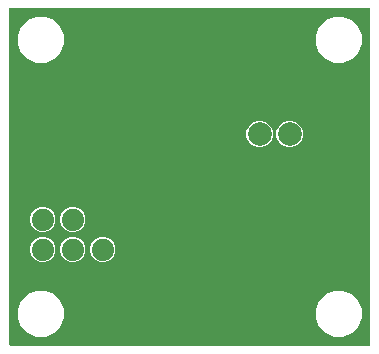
<source format=gbr>
G04 EAGLE Gerber RS-274X export*
G75*
%MOMM*%
%FSLAX34Y34*%
%LPD*%
%INBottom Copper*%
%IPPOS*%
%AMOC8*
5,1,8,0,0,1.08239X$1,22.5*%
G01*
%ADD10C,2.000000*%
%ADD11C,1.879600*%
%ADD12C,0.654800*%

G36*
X307064Y2010D02*
X307064Y2010D01*
X307128Y2009D01*
X307203Y2030D01*
X307279Y2041D01*
X307338Y2067D01*
X307400Y2084D01*
X307466Y2125D01*
X307536Y2157D01*
X307585Y2199D01*
X307640Y2232D01*
X307692Y2290D01*
X307750Y2340D01*
X307786Y2394D01*
X307829Y2442D01*
X307862Y2511D01*
X307905Y2576D01*
X307924Y2638D01*
X307952Y2695D01*
X307963Y2765D01*
X307987Y2846D01*
X307988Y2931D01*
X307999Y3000D01*
X307999Y287000D01*
X307990Y287064D01*
X307991Y287128D01*
X307970Y287203D01*
X307959Y287279D01*
X307933Y287338D01*
X307916Y287400D01*
X307875Y287466D01*
X307843Y287536D01*
X307801Y287585D01*
X307768Y287640D01*
X307710Y287692D01*
X307660Y287750D01*
X307606Y287786D01*
X307558Y287829D01*
X307489Y287862D01*
X307424Y287905D01*
X307362Y287924D01*
X307305Y287952D01*
X307235Y287963D01*
X307154Y287987D01*
X307069Y287988D01*
X307000Y287999D01*
X3000Y287999D01*
X2936Y287990D01*
X2872Y287991D01*
X2797Y287970D01*
X2721Y287959D01*
X2662Y287933D01*
X2600Y287916D01*
X2534Y287875D01*
X2464Y287843D01*
X2415Y287801D01*
X2360Y287768D01*
X2308Y287710D01*
X2250Y287660D01*
X2214Y287606D01*
X2171Y287558D01*
X2138Y287489D01*
X2095Y287424D01*
X2076Y287362D01*
X2048Y287305D01*
X2037Y287235D01*
X2013Y287154D01*
X2012Y287069D01*
X2001Y287000D01*
X2001Y3000D01*
X2010Y2936D01*
X2009Y2872D01*
X2030Y2797D01*
X2041Y2721D01*
X2067Y2662D01*
X2084Y2600D01*
X2125Y2534D01*
X2157Y2464D01*
X2199Y2415D01*
X2232Y2360D01*
X2290Y2308D01*
X2340Y2250D01*
X2394Y2214D01*
X2442Y2171D01*
X2511Y2138D01*
X2576Y2095D01*
X2638Y2076D01*
X2695Y2048D01*
X2765Y2037D01*
X2846Y2013D01*
X2931Y2012D01*
X3000Y2001D01*
X307000Y2001D01*
X307064Y2010D01*
G37*
%LPC*%
G36*
X277121Y241499D02*
X277121Y241499D01*
X269954Y244468D01*
X264468Y249954D01*
X261499Y257121D01*
X261499Y264879D01*
X264468Y272046D01*
X269954Y277532D01*
X277121Y280501D01*
X284879Y280501D01*
X292046Y277532D01*
X297532Y272046D01*
X300501Y264879D01*
X300501Y257121D01*
X297532Y249954D01*
X292046Y244468D01*
X284879Y241499D01*
X277121Y241499D01*
G37*
%LPD*%
%LPC*%
G36*
X25121Y241499D02*
X25121Y241499D01*
X17954Y244468D01*
X12468Y249954D01*
X9499Y257121D01*
X9499Y264879D01*
X12468Y272046D01*
X17954Y277532D01*
X25121Y280501D01*
X32879Y280501D01*
X40046Y277532D01*
X45532Y272046D01*
X48501Y264879D01*
X48501Y257121D01*
X45532Y249954D01*
X40046Y244468D01*
X32879Y241499D01*
X25121Y241499D01*
G37*
%LPD*%
%LPC*%
G36*
X277121Y9499D02*
X277121Y9499D01*
X269954Y12468D01*
X264468Y17954D01*
X261499Y25121D01*
X261499Y32879D01*
X264468Y40046D01*
X269954Y45532D01*
X277121Y48501D01*
X284879Y48501D01*
X292046Y45532D01*
X297532Y40046D01*
X300501Y32879D01*
X300501Y25121D01*
X297532Y17954D01*
X292046Y12468D01*
X284879Y9499D01*
X277121Y9499D01*
G37*
%LPD*%
%LPC*%
G36*
X25121Y9499D02*
X25121Y9499D01*
X17954Y12468D01*
X12468Y17954D01*
X9499Y25121D01*
X9499Y32879D01*
X12468Y40046D01*
X17954Y45532D01*
X25121Y48501D01*
X32879Y48501D01*
X40046Y45532D01*
X45532Y40046D01*
X48501Y32879D01*
X48501Y25121D01*
X45532Y17954D01*
X40046Y12468D01*
X32879Y9499D01*
X25121Y9499D01*
G37*
%LPD*%
%LPC*%
G36*
X237458Y169729D02*
X237458Y169729D01*
X233316Y171445D01*
X230145Y174616D01*
X228429Y178758D01*
X228429Y183242D01*
X230145Y187384D01*
X233316Y190555D01*
X237458Y192271D01*
X241942Y192271D01*
X246084Y190555D01*
X249255Y187384D01*
X250971Y183242D01*
X250971Y178758D01*
X249255Y174616D01*
X246084Y171445D01*
X241942Y169729D01*
X237458Y169729D01*
G37*
%LPD*%
%LPC*%
G36*
X212058Y169729D02*
X212058Y169729D01*
X207916Y171445D01*
X204745Y174616D01*
X203029Y178758D01*
X203029Y183242D01*
X204745Y187384D01*
X207916Y190555D01*
X212058Y192271D01*
X216542Y192271D01*
X220684Y190555D01*
X223855Y187384D01*
X225571Y183242D01*
X225571Y178758D01*
X223855Y174616D01*
X220684Y171445D01*
X216542Y169729D01*
X212058Y169729D01*
G37*
%LPD*%
%LPC*%
G36*
X53878Y98031D02*
X53878Y98031D01*
X49957Y99656D01*
X46956Y102657D01*
X45331Y106578D01*
X45331Y110822D01*
X46956Y114743D01*
X49957Y117744D01*
X53878Y119369D01*
X58122Y119369D01*
X62043Y117744D01*
X65044Y114743D01*
X66669Y110822D01*
X66669Y106578D01*
X65044Y102657D01*
X62043Y99656D01*
X58122Y98031D01*
X53878Y98031D01*
G37*
%LPD*%
%LPC*%
G36*
X28478Y98031D02*
X28478Y98031D01*
X24557Y99656D01*
X21556Y102657D01*
X19931Y106578D01*
X19931Y110822D01*
X21556Y114743D01*
X24557Y117744D01*
X28478Y119369D01*
X32722Y119369D01*
X36643Y117744D01*
X39644Y114743D01*
X41269Y110822D01*
X41269Y106578D01*
X39644Y102657D01*
X36643Y99656D01*
X32722Y98031D01*
X28478Y98031D01*
G37*
%LPD*%
%LPC*%
G36*
X79278Y72631D02*
X79278Y72631D01*
X75357Y74256D01*
X72356Y77257D01*
X70731Y81178D01*
X70731Y85422D01*
X72356Y89343D01*
X75357Y92344D01*
X79278Y93969D01*
X83522Y93969D01*
X87443Y92344D01*
X90444Y89343D01*
X92069Y85422D01*
X92069Y81178D01*
X90444Y77257D01*
X87443Y74256D01*
X83522Y72631D01*
X79278Y72631D01*
G37*
%LPD*%
%LPC*%
G36*
X53878Y72631D02*
X53878Y72631D01*
X49957Y74256D01*
X46956Y77257D01*
X45331Y81178D01*
X45331Y85422D01*
X46956Y89343D01*
X49957Y92344D01*
X53878Y93969D01*
X58122Y93969D01*
X62043Y92344D01*
X65044Y89343D01*
X66669Y85422D01*
X66669Y81178D01*
X65044Y77257D01*
X62043Y74256D01*
X58122Y72631D01*
X53878Y72631D01*
G37*
%LPD*%
%LPC*%
G36*
X28478Y72631D02*
X28478Y72631D01*
X24557Y74256D01*
X21556Y77257D01*
X19931Y81178D01*
X19931Y85422D01*
X21556Y89343D01*
X24557Y92344D01*
X28478Y93969D01*
X32722Y93969D01*
X36643Y92344D01*
X39644Y89343D01*
X41269Y85422D01*
X41269Y81178D01*
X39644Y77257D01*
X36643Y74256D01*
X32722Y72631D01*
X28478Y72631D01*
G37*
%LPD*%
D10*
X239700Y181000D03*
X214300Y181000D03*
D11*
X30600Y83300D03*
X30600Y108700D03*
X56000Y83300D03*
X56000Y108700D03*
X81400Y83300D03*
X81400Y108700D03*
D12*
X169000Y242000D03*
X131000Y179000D03*
X146000Y121000D03*
X166000Y121000D03*
X157000Y92000D03*
X92000Y141000D03*
X192000Y52000D03*
X280000Y100000D03*
X280000Y140000D03*
X232000Y73000D03*
X232000Y60000D03*
X107000Y179000D03*
X70000Y159000D03*
M02*

</source>
